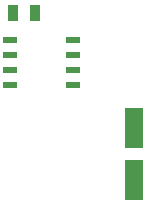
<source format=gbr>
G04 #@! TF.GenerationSoftware,KiCad,Pcbnew,5.0.0-fee4fd1~66~ubuntu16.04.1*
G04 #@! TF.CreationDate,2018-09-22T21:32:25+02:00*
G04 #@! TF.ProjectId,bus-module_atmega328,6275732D6D6F64756C655F61746D6567,B*
G04 #@! TF.SameCoordinates,Original*
G04 #@! TF.FileFunction,Paste,Bot*
G04 #@! TF.FilePolarity,Positive*
%FSLAX46Y46*%
G04 Gerber Fmt 4.6, Leading zero omitted, Abs format (unit mm)*
G04 Created by KiCad (PCBNEW 5.0.0-fee4fd1~66~ubuntu16.04.1) date Sat Sep 22 21:32:25 2018*
%MOMM*%
%LPD*%
G01*
G04 APERTURE LIST*
%ADD10R,1.600200X3.500120*%
%ADD11R,0.889000X1.397000*%
%ADD12R,1.143000X0.508000*%
G04 APERTURE END LIST*
D10*
G04 #@! TO.C,C9*
X102800000Y-102699640D03*
X102800000Y-98300360D03*
G04 #@! TD*
D11*
G04 #@! TO.C,C8*
X92547500Y-88500000D03*
X94452500Y-88500000D03*
G04 #@! TD*
D12*
G04 #@! TO.C,U4*
X97667000Y-94655000D03*
X97667000Y-93385000D03*
X97667000Y-92115000D03*
X92333000Y-94655000D03*
X92333000Y-93385000D03*
X92333000Y-92115000D03*
X97667000Y-90845000D03*
X92333000Y-90845000D03*
G04 #@! TD*
M02*

</source>
